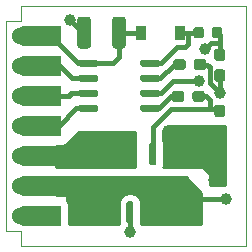
<source format=gbr>
%TF.GenerationSoftware,KiCad,Pcbnew,(5.1.9)-1*%
%TF.CreationDate,2021-06-01T10:14:56+02:00*%
%TF.ProjectId,14_Demi_Pont_H_99,31345f44-656d-4695-9f50-6f6e745f485f,rev?*%
%TF.SameCoordinates,Original*%
%TF.FileFunction,Copper,L1,Top*%
%TF.FilePolarity,Positive*%
%FSLAX46Y46*%
G04 Gerber Fmt 4.6, Leading zero omitted, Abs format (unit mm)*
G04 Created by KiCad (PCBNEW (5.1.9)-1) date 2021-06-01 10:14:56*
%MOMM*%
%LPD*%
G01*
G04 APERTURE LIST*
%TA.AperFunction,Profile*%
%ADD10C,0.050000*%
%TD*%
%TA.AperFunction,ComponentPad*%
%ADD11C,1.524000*%
%TD*%
%TA.AperFunction,ComponentPad*%
%ADD12C,0.100000*%
%TD*%
%TA.AperFunction,SMDPad,CuDef*%
%ADD13R,0.900000X1.200000*%
%TD*%
%TA.AperFunction,ViaPad*%
%ADD14C,1.000000*%
%TD*%
%TA.AperFunction,Conductor*%
%ADD15C,0.400000*%
%TD*%
%TA.AperFunction,Conductor*%
%ADD16C,0.254000*%
%TD*%
%TA.AperFunction,Conductor*%
%ADD17C,0.100000*%
%TD*%
G04 APERTURE END LIST*
D10*
X115570000Y-60960000D02*
X120650000Y-60960000D01*
X115570000Y-81280000D02*
X120650000Y-81280000D01*
X101600000Y-62230000D02*
X101600000Y-60960000D01*
X100330000Y-62230000D02*
X101600000Y-62230000D01*
X100330000Y-67310000D02*
X100330000Y-62230000D01*
X100330000Y-72390000D02*
X100330000Y-67310000D01*
X120650000Y-60960000D02*
X120650000Y-81280000D01*
X101600000Y-60960000D02*
X115570000Y-60960000D01*
X101600000Y-80010000D02*
X101600000Y-81280000D01*
X100330000Y-80010000D02*
X101600000Y-80010000D01*
X115570000Y-81280000D02*
X101600000Y-81280000D01*
X100330000Y-80010000D02*
X100330000Y-72390000D01*
D11*
%TO.P,J5,1*%
%TO.N,Vpower*%
X101600000Y-73660000D03*
%TA.AperFunction,ComponentPad*%
D12*
G36*
X101928132Y-74509917D02*
G01*
X101845251Y-74504703D01*
X101763275Y-74491425D01*
X101682986Y-74470212D01*
X101605149Y-74441265D01*
X101530509Y-74404861D01*
X101459778Y-74361346D01*
X101393631Y-74311138D01*
X101332698Y-74254714D01*
X101277563Y-74192613D01*
X101228750Y-74125429D01*
X101186727Y-74053802D01*
X101151894Y-73978416D01*
X101124583Y-73899990D01*
X101105056Y-73819274D01*
X101093498Y-73737038D01*
X101090021Y-73654066D01*
X101094656Y-73571151D01*
X101107361Y-73489084D01*
X101128013Y-73408648D01*
X101156416Y-73330612D01*
X101192299Y-73255719D01*
X101235318Y-73184686D01*
X101285064Y-73118190D01*
X101341061Y-73056865D01*
X101402775Y-73001297D01*
X101469617Y-72952017D01*
X101540949Y-72909495D01*
X101616090Y-72874136D01*
X101694323Y-72846278D01*
X101774901Y-72826188D01*
X101857055Y-72814057D01*
X101940000Y-72810000D01*
X104990000Y-72810000D01*
X104990000Y-74510000D01*
X101940000Y-74510000D01*
X101928132Y-74509917D01*
G37*
%TD.AperFunction*%
%TD*%
D11*
%TO.P,J4,1*%
%TO.N,+15V*%
X101600000Y-63500000D03*
%TA.AperFunction,ComponentPad*%
D12*
G36*
X101928132Y-64349917D02*
G01*
X101845251Y-64344703D01*
X101763275Y-64331425D01*
X101682986Y-64310212D01*
X101605149Y-64281265D01*
X101530509Y-64244861D01*
X101459778Y-64201346D01*
X101393631Y-64151138D01*
X101332698Y-64094714D01*
X101277563Y-64032613D01*
X101228750Y-63965429D01*
X101186727Y-63893802D01*
X101151894Y-63818416D01*
X101124583Y-63739990D01*
X101105056Y-63659274D01*
X101093498Y-63577038D01*
X101090021Y-63494066D01*
X101094656Y-63411151D01*
X101107361Y-63329084D01*
X101128013Y-63248648D01*
X101156416Y-63170612D01*
X101192299Y-63095719D01*
X101235318Y-63024686D01*
X101285064Y-62958190D01*
X101341061Y-62896865D01*
X101402775Y-62841297D01*
X101469617Y-62792017D01*
X101540949Y-62749495D01*
X101616090Y-62714136D01*
X101694323Y-62686278D01*
X101774901Y-62666188D01*
X101857055Y-62654057D01*
X101940000Y-62650000D01*
X104990000Y-62650000D01*
X104990000Y-64350000D01*
X101940000Y-64350000D01*
X101928132Y-64349917D01*
G37*
%TD.AperFunction*%
%TD*%
D11*
%TO.P,J6,1*%
%TO.N,OUT*%
X101600000Y-76200000D03*
%TA.AperFunction,ComponentPad*%
D12*
G36*
X101928132Y-77049917D02*
G01*
X101845251Y-77044703D01*
X101763275Y-77031425D01*
X101682986Y-77010212D01*
X101605149Y-76981265D01*
X101530509Y-76944861D01*
X101459778Y-76901346D01*
X101393631Y-76851138D01*
X101332698Y-76794714D01*
X101277563Y-76732613D01*
X101228750Y-76665429D01*
X101186727Y-76593802D01*
X101151894Y-76518416D01*
X101124583Y-76439990D01*
X101105056Y-76359274D01*
X101093498Y-76277038D01*
X101090021Y-76194066D01*
X101094656Y-76111151D01*
X101107361Y-76029084D01*
X101128013Y-75948648D01*
X101156416Y-75870612D01*
X101192299Y-75795719D01*
X101235318Y-75724686D01*
X101285064Y-75658190D01*
X101341061Y-75596865D01*
X101402775Y-75541297D01*
X101469617Y-75492017D01*
X101540949Y-75449495D01*
X101616090Y-75414136D01*
X101694323Y-75386278D01*
X101774901Y-75366188D01*
X101857055Y-75354057D01*
X101940000Y-75350000D01*
X104990000Y-75350000D01*
X104990000Y-77050000D01*
X101940000Y-77050000D01*
X101928132Y-77049917D01*
G37*
%TD.AperFunction*%
%TD*%
%TO.P,R4,2*%
%TO.N,GND*%
%TA.AperFunction,SMDPad,CuDef*%
G36*
G01*
X118152500Y-71090000D02*
X118627500Y-71090000D01*
G75*
G02*
X118865000Y-71327500I0J-237500D01*
G01*
X118865000Y-71902500D01*
G75*
G02*
X118627500Y-72140000I-237500J0D01*
G01*
X118152500Y-72140000D01*
G75*
G02*
X117915000Y-71902500I0J237500D01*
G01*
X117915000Y-71327500D01*
G75*
G02*
X118152500Y-71090000I237500J0D01*
G01*
G37*
%TD.AperFunction*%
%TO.P,R4,1*%
%TO.N,Net-(Q2-Pad4)*%
%TA.AperFunction,SMDPad,CuDef*%
G36*
G01*
X118152500Y-69340000D02*
X118627500Y-69340000D01*
G75*
G02*
X118865000Y-69577500I0J-237500D01*
G01*
X118865000Y-70152500D01*
G75*
G02*
X118627500Y-70390000I-237500J0D01*
G01*
X118152500Y-70390000D01*
G75*
G02*
X117915000Y-70152500I0J237500D01*
G01*
X117915000Y-69577500D01*
G75*
G02*
X118152500Y-69340000I237500J0D01*
G01*
G37*
%TD.AperFunction*%
%TD*%
%TO.P,R3,2*%
%TO.N,Net-(Q2-Pad4)*%
%TA.AperFunction,SMDPad,CuDef*%
G36*
G01*
X116090000Y-68877500D02*
X116090000Y-68402500D01*
G75*
G02*
X116327500Y-68165000I237500J0D01*
G01*
X116902500Y-68165000D01*
G75*
G02*
X117140000Y-68402500I0J-237500D01*
G01*
X117140000Y-68877500D01*
G75*
G02*
X116902500Y-69115000I-237500J0D01*
G01*
X116327500Y-69115000D01*
G75*
G02*
X116090000Y-68877500I0J237500D01*
G01*
G37*
%TD.AperFunction*%
%TO.P,R3,1*%
%TO.N,Net-(R3-Pad1)*%
%TA.AperFunction,SMDPad,CuDef*%
G36*
G01*
X114340000Y-68877500D02*
X114340000Y-68402500D01*
G75*
G02*
X114577500Y-68165000I237500J0D01*
G01*
X115152500Y-68165000D01*
G75*
G02*
X115390000Y-68402500I0J-237500D01*
G01*
X115390000Y-68877500D01*
G75*
G02*
X115152500Y-69115000I-237500J0D01*
G01*
X114577500Y-69115000D01*
G75*
G02*
X114340000Y-68877500I0J237500D01*
G01*
G37*
%TD.AperFunction*%
%TD*%
D11*
%TO.P,J3,1*%
%TO.N,GND*%
X101600000Y-71120000D03*
%TA.AperFunction,ComponentPad*%
D12*
G36*
X101928132Y-71969917D02*
G01*
X101845251Y-71964703D01*
X101763275Y-71951425D01*
X101682986Y-71930212D01*
X101605149Y-71901265D01*
X101530509Y-71864861D01*
X101459778Y-71821346D01*
X101393631Y-71771138D01*
X101332698Y-71714714D01*
X101277563Y-71652613D01*
X101228750Y-71585429D01*
X101186727Y-71513802D01*
X101151894Y-71438416D01*
X101124583Y-71359990D01*
X101105056Y-71279274D01*
X101093498Y-71197038D01*
X101090021Y-71114066D01*
X101094656Y-71031151D01*
X101107361Y-70949084D01*
X101128013Y-70868648D01*
X101156416Y-70790612D01*
X101192299Y-70715719D01*
X101235318Y-70644686D01*
X101285064Y-70578190D01*
X101341061Y-70516865D01*
X101402775Y-70461297D01*
X101469617Y-70412017D01*
X101540949Y-70369495D01*
X101616090Y-70334136D01*
X101694323Y-70306278D01*
X101774901Y-70286188D01*
X101857055Y-70274057D01*
X101940000Y-70270000D01*
X104990000Y-70270000D01*
X104990000Y-71970000D01*
X101940000Y-71970000D01*
X101928132Y-71969917D01*
G37*
%TD.AperFunction*%
%TD*%
D11*
%TO.P,J1,1*%
%TO.N,Cmd_Haut*%
X101600000Y-66040000D03*
%TA.AperFunction,ComponentPad*%
D12*
G36*
X101928132Y-66889917D02*
G01*
X101845251Y-66884703D01*
X101763275Y-66871425D01*
X101682986Y-66850212D01*
X101605149Y-66821265D01*
X101530509Y-66784861D01*
X101459778Y-66741346D01*
X101393631Y-66691138D01*
X101332698Y-66634714D01*
X101277563Y-66572613D01*
X101228750Y-66505429D01*
X101186727Y-66433802D01*
X101151894Y-66358416D01*
X101124583Y-66279990D01*
X101105056Y-66199274D01*
X101093498Y-66117038D01*
X101090021Y-66034066D01*
X101094656Y-65951151D01*
X101107361Y-65869084D01*
X101128013Y-65788648D01*
X101156416Y-65710612D01*
X101192299Y-65635719D01*
X101235318Y-65564686D01*
X101285064Y-65498190D01*
X101341061Y-65436865D01*
X101402775Y-65381297D01*
X101469617Y-65332017D01*
X101540949Y-65289495D01*
X101616090Y-65254136D01*
X101694323Y-65226278D01*
X101774901Y-65206188D01*
X101857055Y-65194057D01*
X101940000Y-65190000D01*
X104990000Y-65190000D01*
X104990000Y-66890000D01*
X101940000Y-66890000D01*
X101928132Y-66889917D01*
G37*
%TD.AperFunction*%
%TD*%
%TO.P,Q2,8*%
%TO.N,OUT*%
%TA.AperFunction,SMDPad,CuDef*%
G36*
G01*
X116395000Y-77490000D02*
X116695000Y-77490000D01*
G75*
G02*
X116845000Y-77640000I0J-150000D01*
G01*
X116845000Y-79290000D01*
G75*
G02*
X116695000Y-79440000I-150000J0D01*
G01*
X116395000Y-79440000D01*
G75*
G02*
X116245000Y-79290000I0J150000D01*
G01*
X116245000Y-77640000D01*
G75*
G02*
X116395000Y-77490000I150000J0D01*
G01*
G37*
%TD.AperFunction*%
%TO.P,Q2,7*%
%TA.AperFunction,SMDPad,CuDef*%
G36*
G01*
X115125000Y-77490000D02*
X115425000Y-77490000D01*
G75*
G02*
X115575000Y-77640000I0J-150000D01*
G01*
X115575000Y-79290000D01*
G75*
G02*
X115425000Y-79440000I-150000J0D01*
G01*
X115125000Y-79440000D01*
G75*
G02*
X114975000Y-79290000I0J150000D01*
G01*
X114975000Y-77640000D01*
G75*
G02*
X115125000Y-77490000I150000J0D01*
G01*
G37*
%TD.AperFunction*%
%TO.P,Q2,6*%
%TA.AperFunction,SMDPad,CuDef*%
G36*
G01*
X113855000Y-77490000D02*
X114155000Y-77490000D01*
G75*
G02*
X114305000Y-77640000I0J-150000D01*
G01*
X114305000Y-79290000D01*
G75*
G02*
X114155000Y-79440000I-150000J0D01*
G01*
X113855000Y-79440000D01*
G75*
G02*
X113705000Y-79290000I0J150000D01*
G01*
X113705000Y-77640000D01*
G75*
G02*
X113855000Y-77490000I150000J0D01*
G01*
G37*
%TD.AperFunction*%
%TO.P,Q2,5*%
%TA.AperFunction,SMDPad,CuDef*%
G36*
G01*
X112585000Y-77490000D02*
X112885000Y-77490000D01*
G75*
G02*
X113035000Y-77640000I0J-150000D01*
G01*
X113035000Y-79290000D01*
G75*
G02*
X112885000Y-79440000I-150000J0D01*
G01*
X112585000Y-79440000D01*
G75*
G02*
X112435000Y-79290000I0J150000D01*
G01*
X112435000Y-77640000D01*
G75*
G02*
X112585000Y-77490000I150000J0D01*
G01*
G37*
%TD.AperFunction*%
%TO.P,Q2,4*%
%TO.N,Net-(Q2-Pad4)*%
%TA.AperFunction,SMDPad,CuDef*%
G36*
G01*
X112585000Y-72540000D02*
X112885000Y-72540000D01*
G75*
G02*
X113035000Y-72690000I0J-150000D01*
G01*
X113035000Y-74340000D01*
G75*
G02*
X112885000Y-74490000I-150000J0D01*
G01*
X112585000Y-74490000D01*
G75*
G02*
X112435000Y-74340000I0J150000D01*
G01*
X112435000Y-72690000D01*
G75*
G02*
X112585000Y-72540000I150000J0D01*
G01*
G37*
%TD.AperFunction*%
%TO.P,Q2,3*%
%TO.N,GND*%
%TA.AperFunction,SMDPad,CuDef*%
G36*
G01*
X113855000Y-72540000D02*
X114155000Y-72540000D01*
G75*
G02*
X114305000Y-72690000I0J-150000D01*
G01*
X114305000Y-74340000D01*
G75*
G02*
X114155000Y-74490000I-150000J0D01*
G01*
X113855000Y-74490000D01*
G75*
G02*
X113705000Y-74340000I0J150000D01*
G01*
X113705000Y-72690000D01*
G75*
G02*
X113855000Y-72540000I150000J0D01*
G01*
G37*
%TD.AperFunction*%
%TO.P,Q2,2*%
%TA.AperFunction,SMDPad,CuDef*%
G36*
G01*
X115125000Y-72540000D02*
X115425000Y-72540000D01*
G75*
G02*
X115575000Y-72690000I0J-150000D01*
G01*
X115575000Y-74340000D01*
G75*
G02*
X115425000Y-74490000I-150000J0D01*
G01*
X115125000Y-74490000D01*
G75*
G02*
X114975000Y-74340000I0J150000D01*
G01*
X114975000Y-72690000D01*
G75*
G02*
X115125000Y-72540000I150000J0D01*
G01*
G37*
%TD.AperFunction*%
%TO.P,Q2,1*%
%TA.AperFunction,SMDPad,CuDef*%
G36*
G01*
X116395000Y-72540000D02*
X116695000Y-72540000D01*
G75*
G02*
X116845000Y-72690000I0J-150000D01*
G01*
X116845000Y-74340000D01*
G75*
G02*
X116695000Y-74490000I-150000J0D01*
G01*
X116395000Y-74490000D01*
G75*
G02*
X116245000Y-74340000I0J150000D01*
G01*
X116245000Y-72690000D01*
G75*
G02*
X116395000Y-72540000I150000J0D01*
G01*
G37*
%TD.AperFunction*%
%TD*%
%TO.P,C1,2*%
%TO.N,Net-(C1-Pad2)*%
%TA.AperFunction,SMDPad,CuDef*%
G36*
G01*
X117065000Y-62990000D02*
X117065000Y-63490000D01*
G75*
G02*
X116840000Y-63715000I-225000J0D01*
G01*
X116390000Y-63715000D01*
G75*
G02*
X116165000Y-63490000I0J225000D01*
G01*
X116165000Y-62990000D01*
G75*
G02*
X116390000Y-62765000I225000J0D01*
G01*
X116840000Y-62765000D01*
G75*
G02*
X117065000Y-62990000I0J-225000D01*
G01*
G37*
%TD.AperFunction*%
%TO.P,C1,1*%
%TO.N,OUT*%
%TA.AperFunction,SMDPad,CuDef*%
G36*
G01*
X118615000Y-62990000D02*
X118615000Y-63490000D01*
G75*
G02*
X118390000Y-63715000I-225000J0D01*
G01*
X117940000Y-63715000D01*
G75*
G02*
X117715000Y-63490000I0J225000D01*
G01*
X117715000Y-62990000D01*
G75*
G02*
X117940000Y-62765000I225000J0D01*
G01*
X118390000Y-62765000D01*
G75*
G02*
X118615000Y-62990000I0J-225000D01*
G01*
G37*
%TD.AperFunction*%
%TD*%
%TO.P,C2,2*%
%TO.N,GND*%
%TA.AperFunction,SMDPad,CuDef*%
G36*
G01*
X107490000Y-62139999D02*
X107490000Y-64340001D01*
G75*
G02*
X107240001Y-64590000I-249999J0D01*
G01*
X106589999Y-64590000D01*
G75*
G02*
X106340000Y-64340001I0J249999D01*
G01*
X106340000Y-62139999D01*
G75*
G02*
X106589999Y-61890000I249999J0D01*
G01*
X107240001Y-61890000D01*
G75*
G02*
X107490000Y-62139999I0J-249999D01*
G01*
G37*
%TD.AperFunction*%
%TO.P,C2,1*%
%TO.N,+15V*%
%TA.AperFunction,SMDPad,CuDef*%
G36*
G01*
X110440000Y-62139999D02*
X110440000Y-64340001D01*
G75*
G02*
X110190001Y-64590000I-249999J0D01*
G01*
X109539999Y-64590000D01*
G75*
G02*
X109290000Y-64340001I0J249999D01*
G01*
X109290000Y-62139999D01*
G75*
G02*
X109539999Y-61890000I249999J0D01*
G01*
X110190001Y-61890000D01*
G75*
G02*
X110440000Y-62139999I0J-249999D01*
G01*
G37*
%TD.AperFunction*%
%TD*%
D13*
%TO.P,D1,2*%
%TO.N,+15V*%
X111740000Y-63240000D03*
%TO.P,D1,1*%
%TO.N,Net-(C1-Pad2)*%
X115040000Y-63240000D03*
%TD*%
D11*
%TO.P,J2,1*%
%TO.N,Cmd_Bas*%
X101600000Y-68580000D03*
%TA.AperFunction,ComponentPad*%
D12*
G36*
X101928132Y-69429917D02*
G01*
X101845251Y-69424703D01*
X101763275Y-69411425D01*
X101682986Y-69390212D01*
X101605149Y-69361265D01*
X101530509Y-69324861D01*
X101459778Y-69281346D01*
X101393631Y-69231138D01*
X101332698Y-69174714D01*
X101277563Y-69112613D01*
X101228750Y-69045429D01*
X101186727Y-68973802D01*
X101151894Y-68898416D01*
X101124583Y-68819990D01*
X101105056Y-68739274D01*
X101093498Y-68657038D01*
X101090021Y-68574066D01*
X101094656Y-68491151D01*
X101107361Y-68409084D01*
X101128013Y-68328648D01*
X101156416Y-68250612D01*
X101192299Y-68175719D01*
X101235318Y-68104686D01*
X101285064Y-68038190D01*
X101341061Y-67976865D01*
X101402775Y-67921297D01*
X101469617Y-67872017D01*
X101540949Y-67829495D01*
X101616090Y-67794136D01*
X101694323Y-67766278D01*
X101774901Y-67746188D01*
X101857055Y-67734057D01*
X101940000Y-67730000D01*
X104990000Y-67730000D01*
X104990000Y-69430000D01*
X101940000Y-69430000D01*
X101928132Y-69429917D01*
G37*
%TD.AperFunction*%
%TD*%
D11*
%TO.P,J7,1*%
%TO.N,GND*%
X101600000Y-78740000D03*
%TA.AperFunction,ComponentPad*%
D12*
G36*
X101928132Y-79589917D02*
G01*
X101845251Y-79584703D01*
X101763275Y-79571425D01*
X101682986Y-79550212D01*
X101605149Y-79521265D01*
X101530509Y-79484861D01*
X101459778Y-79441346D01*
X101393631Y-79391138D01*
X101332698Y-79334714D01*
X101277563Y-79272613D01*
X101228750Y-79205429D01*
X101186727Y-79133802D01*
X101151894Y-79058416D01*
X101124583Y-78979990D01*
X101105056Y-78899274D01*
X101093498Y-78817038D01*
X101090021Y-78734066D01*
X101094656Y-78651151D01*
X101107361Y-78569084D01*
X101128013Y-78488648D01*
X101156416Y-78410612D01*
X101192299Y-78335719D01*
X101235318Y-78264686D01*
X101285064Y-78198190D01*
X101341061Y-78136865D01*
X101402775Y-78081297D01*
X101469617Y-78032017D01*
X101540949Y-77989495D01*
X101616090Y-77954136D01*
X101694323Y-77926278D01*
X101774901Y-77906188D01*
X101857055Y-77894057D01*
X101940000Y-77890000D01*
X104990000Y-77890000D01*
X104990000Y-79590000D01*
X101940000Y-79590000D01*
X101928132Y-79589917D01*
G37*
%TD.AperFunction*%
%TD*%
%TO.P,Q1,8*%
%TO.N,Vpower*%
%TA.AperFunction,SMDPad,CuDef*%
G36*
G01*
X107135000Y-74490000D02*
X106835000Y-74490000D01*
G75*
G02*
X106685000Y-74340000I0J150000D01*
G01*
X106685000Y-72690000D01*
G75*
G02*
X106835000Y-72540000I150000J0D01*
G01*
X107135000Y-72540000D01*
G75*
G02*
X107285000Y-72690000I0J-150000D01*
G01*
X107285000Y-74340000D01*
G75*
G02*
X107135000Y-74490000I-150000J0D01*
G01*
G37*
%TD.AperFunction*%
%TO.P,Q1,7*%
%TA.AperFunction,SMDPad,CuDef*%
G36*
G01*
X108405000Y-74490000D02*
X108105000Y-74490000D01*
G75*
G02*
X107955000Y-74340000I0J150000D01*
G01*
X107955000Y-72690000D01*
G75*
G02*
X108105000Y-72540000I150000J0D01*
G01*
X108405000Y-72540000D01*
G75*
G02*
X108555000Y-72690000I0J-150000D01*
G01*
X108555000Y-74340000D01*
G75*
G02*
X108405000Y-74490000I-150000J0D01*
G01*
G37*
%TD.AperFunction*%
%TO.P,Q1,6*%
%TA.AperFunction,SMDPad,CuDef*%
G36*
G01*
X109675000Y-74490000D02*
X109375000Y-74490000D01*
G75*
G02*
X109225000Y-74340000I0J150000D01*
G01*
X109225000Y-72690000D01*
G75*
G02*
X109375000Y-72540000I150000J0D01*
G01*
X109675000Y-72540000D01*
G75*
G02*
X109825000Y-72690000I0J-150000D01*
G01*
X109825000Y-74340000D01*
G75*
G02*
X109675000Y-74490000I-150000J0D01*
G01*
G37*
%TD.AperFunction*%
%TO.P,Q1,5*%
%TA.AperFunction,SMDPad,CuDef*%
G36*
G01*
X110945000Y-74490000D02*
X110645000Y-74490000D01*
G75*
G02*
X110495000Y-74340000I0J150000D01*
G01*
X110495000Y-72690000D01*
G75*
G02*
X110645000Y-72540000I150000J0D01*
G01*
X110945000Y-72540000D01*
G75*
G02*
X111095000Y-72690000I0J-150000D01*
G01*
X111095000Y-74340000D01*
G75*
G02*
X110945000Y-74490000I-150000J0D01*
G01*
G37*
%TD.AperFunction*%
%TO.P,Q1,4*%
%TO.N,Net-(Q1-Pad4)*%
%TA.AperFunction,SMDPad,CuDef*%
G36*
G01*
X110945000Y-79440000D02*
X110645000Y-79440000D01*
G75*
G02*
X110495000Y-79290000I0J150000D01*
G01*
X110495000Y-77640000D01*
G75*
G02*
X110645000Y-77490000I150000J0D01*
G01*
X110945000Y-77490000D01*
G75*
G02*
X111095000Y-77640000I0J-150000D01*
G01*
X111095000Y-79290000D01*
G75*
G02*
X110945000Y-79440000I-150000J0D01*
G01*
G37*
%TD.AperFunction*%
%TO.P,Q1,3*%
%TO.N,OUT*%
%TA.AperFunction,SMDPad,CuDef*%
G36*
G01*
X109675000Y-79440000D02*
X109375000Y-79440000D01*
G75*
G02*
X109225000Y-79290000I0J150000D01*
G01*
X109225000Y-77640000D01*
G75*
G02*
X109375000Y-77490000I150000J0D01*
G01*
X109675000Y-77490000D01*
G75*
G02*
X109825000Y-77640000I0J-150000D01*
G01*
X109825000Y-79290000D01*
G75*
G02*
X109675000Y-79440000I-150000J0D01*
G01*
G37*
%TD.AperFunction*%
%TO.P,Q1,2*%
%TA.AperFunction,SMDPad,CuDef*%
G36*
G01*
X108405000Y-79440000D02*
X108105000Y-79440000D01*
G75*
G02*
X107955000Y-79290000I0J150000D01*
G01*
X107955000Y-77640000D01*
G75*
G02*
X108105000Y-77490000I150000J0D01*
G01*
X108405000Y-77490000D01*
G75*
G02*
X108555000Y-77640000I0J-150000D01*
G01*
X108555000Y-79290000D01*
G75*
G02*
X108405000Y-79440000I-150000J0D01*
G01*
G37*
%TD.AperFunction*%
%TO.P,Q1,1*%
%TA.AperFunction,SMDPad,CuDef*%
G36*
G01*
X107135000Y-79440000D02*
X106835000Y-79440000D01*
G75*
G02*
X106685000Y-79290000I0J150000D01*
G01*
X106685000Y-77640000D01*
G75*
G02*
X106835000Y-77490000I150000J0D01*
G01*
X107135000Y-77490000D01*
G75*
G02*
X107285000Y-77640000I0J-150000D01*
G01*
X107285000Y-79290000D01*
G75*
G02*
X107135000Y-79440000I-150000J0D01*
G01*
G37*
%TD.AperFunction*%
%TD*%
%TO.P,R1,2*%
%TO.N,Net-(Q1-Pad4)*%
%TA.AperFunction,SMDPad,CuDef*%
G36*
G01*
X116215000Y-66177500D02*
X116215000Y-65702500D01*
G75*
G02*
X116452500Y-65465000I237500J0D01*
G01*
X117027500Y-65465000D01*
G75*
G02*
X117265000Y-65702500I0J-237500D01*
G01*
X117265000Y-66177500D01*
G75*
G02*
X117027500Y-66415000I-237500J0D01*
G01*
X116452500Y-66415000D01*
G75*
G02*
X116215000Y-66177500I0J237500D01*
G01*
G37*
%TD.AperFunction*%
%TO.P,R1,1*%
%TO.N,Net-(R1-Pad1)*%
%TA.AperFunction,SMDPad,CuDef*%
G36*
G01*
X114465000Y-66177500D02*
X114465000Y-65702500D01*
G75*
G02*
X114702500Y-65465000I237500J0D01*
G01*
X115277500Y-65465000D01*
G75*
G02*
X115515000Y-65702500I0J-237500D01*
G01*
X115515000Y-66177500D01*
G75*
G02*
X115277500Y-66415000I-237500J0D01*
G01*
X114702500Y-66415000D01*
G75*
G02*
X114465000Y-66177500I0J237500D01*
G01*
G37*
%TD.AperFunction*%
%TD*%
%TO.P,R2,2*%
%TO.N,OUT*%
%TA.AperFunction,SMDPad,CuDef*%
G36*
G01*
X118627500Y-65640000D02*
X118152500Y-65640000D01*
G75*
G02*
X117915000Y-65402500I0J237500D01*
G01*
X117915000Y-64827500D01*
G75*
G02*
X118152500Y-64590000I237500J0D01*
G01*
X118627500Y-64590000D01*
G75*
G02*
X118865000Y-64827500I0J-237500D01*
G01*
X118865000Y-65402500D01*
G75*
G02*
X118627500Y-65640000I-237500J0D01*
G01*
G37*
%TD.AperFunction*%
%TO.P,R2,1*%
%TO.N,Net-(Q1-Pad4)*%
%TA.AperFunction,SMDPad,CuDef*%
G36*
G01*
X118627500Y-67390000D02*
X118152500Y-67390000D01*
G75*
G02*
X117915000Y-67152500I0J237500D01*
G01*
X117915000Y-66577500D01*
G75*
G02*
X118152500Y-66340000I237500J0D01*
G01*
X118627500Y-66340000D01*
G75*
G02*
X118865000Y-66577500I0J-237500D01*
G01*
X118865000Y-67152500D01*
G75*
G02*
X118627500Y-67390000I-237500J0D01*
G01*
G37*
%TD.AperFunction*%
%TD*%
%TO.P,U1,8*%
%TO.N,Net-(C1-Pad2)*%
%TA.AperFunction,SMDPad,CuDef*%
G36*
G01*
X111690000Y-65985000D02*
X111690000Y-65685000D01*
G75*
G02*
X111840000Y-65535000I150000J0D01*
G01*
X113190000Y-65535000D01*
G75*
G02*
X113340000Y-65685000I0J-150000D01*
G01*
X113340000Y-65985000D01*
G75*
G02*
X113190000Y-66135000I-150000J0D01*
G01*
X111840000Y-66135000D01*
G75*
G02*
X111690000Y-65985000I0J150000D01*
G01*
G37*
%TD.AperFunction*%
%TO.P,U1,7*%
%TO.N,Net-(R1-Pad1)*%
%TA.AperFunction,SMDPad,CuDef*%
G36*
G01*
X111690000Y-67255000D02*
X111690000Y-66955000D01*
G75*
G02*
X111840000Y-66805000I150000J0D01*
G01*
X113190000Y-66805000D01*
G75*
G02*
X113340000Y-66955000I0J-150000D01*
G01*
X113340000Y-67255000D01*
G75*
G02*
X113190000Y-67405000I-150000J0D01*
G01*
X111840000Y-67405000D01*
G75*
G02*
X111690000Y-67255000I0J150000D01*
G01*
G37*
%TD.AperFunction*%
%TO.P,U1,6*%
%TO.N,OUT*%
%TA.AperFunction,SMDPad,CuDef*%
G36*
G01*
X111690000Y-68525000D02*
X111690000Y-68225000D01*
G75*
G02*
X111840000Y-68075000I150000J0D01*
G01*
X113190000Y-68075000D01*
G75*
G02*
X113340000Y-68225000I0J-150000D01*
G01*
X113340000Y-68525000D01*
G75*
G02*
X113190000Y-68675000I-150000J0D01*
G01*
X111840000Y-68675000D01*
G75*
G02*
X111690000Y-68525000I0J150000D01*
G01*
G37*
%TD.AperFunction*%
%TO.P,U1,5*%
%TO.N,Net-(R3-Pad1)*%
%TA.AperFunction,SMDPad,CuDef*%
G36*
G01*
X111690000Y-69795000D02*
X111690000Y-69495000D01*
G75*
G02*
X111840000Y-69345000I150000J0D01*
G01*
X113190000Y-69345000D01*
G75*
G02*
X113340000Y-69495000I0J-150000D01*
G01*
X113340000Y-69795000D01*
G75*
G02*
X113190000Y-69945000I-150000J0D01*
G01*
X111840000Y-69945000D01*
G75*
G02*
X111690000Y-69795000I0J150000D01*
G01*
G37*
%TD.AperFunction*%
%TO.P,U1,4*%
%TO.N,GND*%
%TA.AperFunction,SMDPad,CuDef*%
G36*
G01*
X106440000Y-69795000D02*
X106440000Y-69495000D01*
G75*
G02*
X106590000Y-69345000I150000J0D01*
G01*
X107940000Y-69345000D01*
G75*
G02*
X108090000Y-69495000I0J-150000D01*
G01*
X108090000Y-69795000D01*
G75*
G02*
X107940000Y-69945000I-150000J0D01*
G01*
X106590000Y-69945000D01*
G75*
G02*
X106440000Y-69795000I0J150000D01*
G01*
G37*
%TD.AperFunction*%
%TO.P,U1,3*%
%TO.N,Cmd_Bas*%
%TA.AperFunction,SMDPad,CuDef*%
G36*
G01*
X106440000Y-68525000D02*
X106440000Y-68225000D01*
G75*
G02*
X106590000Y-68075000I150000J0D01*
G01*
X107940000Y-68075000D01*
G75*
G02*
X108090000Y-68225000I0J-150000D01*
G01*
X108090000Y-68525000D01*
G75*
G02*
X107940000Y-68675000I-150000J0D01*
G01*
X106590000Y-68675000D01*
G75*
G02*
X106440000Y-68525000I0J150000D01*
G01*
G37*
%TD.AperFunction*%
%TO.P,U1,2*%
%TO.N,Cmd_Haut*%
%TA.AperFunction,SMDPad,CuDef*%
G36*
G01*
X106440000Y-67255000D02*
X106440000Y-66955000D01*
G75*
G02*
X106590000Y-66805000I150000J0D01*
G01*
X107940000Y-66805000D01*
G75*
G02*
X108090000Y-66955000I0J-150000D01*
G01*
X108090000Y-67255000D01*
G75*
G02*
X107940000Y-67405000I-150000J0D01*
G01*
X106590000Y-67405000D01*
G75*
G02*
X106440000Y-67255000I0J150000D01*
G01*
G37*
%TD.AperFunction*%
%TO.P,U1,1*%
%TO.N,+15V*%
%TA.AperFunction,SMDPad,CuDef*%
G36*
G01*
X106440000Y-65985000D02*
X106440000Y-65685000D01*
G75*
G02*
X106590000Y-65535000I150000J0D01*
G01*
X107940000Y-65535000D01*
G75*
G02*
X108090000Y-65685000I0J-150000D01*
G01*
X108090000Y-65985000D01*
G75*
G02*
X107940000Y-66135000I-150000J0D01*
G01*
X106590000Y-66135000D01*
G75*
G02*
X106440000Y-65985000I0J150000D01*
G01*
G37*
%TD.AperFunction*%
%TD*%
D14*
%TO.N,OUT*%
X116640000Y-67340000D03*
X117140000Y-64640000D03*
X118940000Y-77340000D03*
%TO.N,Net-(Q1-Pad4)*%
X110840000Y-80140000D03*
X118440000Y-68340000D03*
%TO.N,GND*%
X114040000Y-71540000D03*
X115340000Y-71540000D03*
X116640000Y-71540000D03*
X105740000Y-62140000D03*
X117940000Y-72940000D03*
X117940000Y-74340000D03*
X117940000Y-75740000D03*
%TD*%
D15*
%TO.N,OUT*%
X116545000Y-76665000D02*
X116080000Y-76200000D01*
X115275000Y-76305000D02*
X115380000Y-76200000D01*
X115380000Y-76200000D02*
X116080000Y-76200000D01*
X115275000Y-78465000D02*
X115275000Y-76305000D01*
X114005000Y-76305000D02*
X113900000Y-76200000D01*
X114005000Y-78465000D02*
X114005000Y-76305000D01*
X113900000Y-76200000D02*
X115380000Y-76200000D01*
X112735000Y-76335000D02*
X112600000Y-76200000D01*
X112735000Y-78465000D02*
X112735000Y-76335000D01*
X112600000Y-76200000D02*
X113900000Y-76200000D01*
X109525000Y-76325000D02*
X109400000Y-76200000D01*
X109525000Y-78465000D02*
X109525000Y-76325000D01*
X109400000Y-76200000D02*
X112600000Y-76200000D01*
X108255000Y-76225000D02*
X108280000Y-76200000D01*
X108255000Y-78465000D02*
X108255000Y-76225000D01*
X108280000Y-76200000D02*
X109400000Y-76200000D01*
X106985000Y-76285000D02*
X106900000Y-76200000D01*
X106985000Y-78465000D02*
X106985000Y-76285000D01*
X106900000Y-76200000D02*
X108280000Y-76200000D01*
X104140000Y-76200000D02*
X106900000Y-76200000D01*
X118390000Y-63465000D02*
X118165000Y-63240000D01*
X117690000Y-64090000D02*
X118390000Y-64090000D01*
X117140000Y-64640000D02*
X117690000Y-64090000D01*
X118390000Y-64090000D02*
X118390000Y-63465000D01*
X118390000Y-65115000D02*
X118390000Y-64090000D01*
X116545000Y-77345000D02*
X118735000Y-77345000D01*
X116545000Y-78465000D02*
X116545000Y-77345000D01*
X116545000Y-77345000D02*
X116545000Y-76665000D01*
X118735000Y-77345000D02*
X118940000Y-77140000D01*
X114440000Y-67340000D02*
X116640000Y-67340000D01*
X113575000Y-68205000D02*
X114440000Y-67340000D01*
X113405000Y-68375000D02*
X114440000Y-67340000D01*
X112515000Y-68375000D02*
X113405000Y-68375000D01*
%TO.N,Net-(Q1-Pad4)*%
X110795000Y-80095000D02*
X110840000Y-80140000D01*
X110795000Y-78465000D02*
X110795000Y-80095000D01*
X118390000Y-68290000D02*
X118440000Y-68340000D01*
X118390000Y-66865000D02*
X118390000Y-68290000D01*
X116740000Y-65940000D02*
X117340000Y-65940000D01*
X117340000Y-65940000D02*
X117590000Y-66190000D01*
X117590000Y-66190000D02*
X117590000Y-67490000D01*
X117590000Y-67490000D02*
X118440000Y-68340000D01*
%TO.N,GND*%
X114005000Y-71575000D02*
X114040000Y-71540000D01*
X114005000Y-73515000D02*
X114005000Y-71575000D01*
X107265000Y-69645000D02*
X106235000Y-69645000D01*
X104760000Y-71120000D02*
X104140000Y-71120000D01*
X106235000Y-69645000D02*
X104760000Y-71120000D01*
X115275000Y-71605000D02*
X115340000Y-71540000D01*
X115275000Y-73515000D02*
X115275000Y-71605000D01*
X116545000Y-71645000D02*
X116540000Y-71640000D01*
X116545000Y-73515000D02*
X116545000Y-71645000D01*
X116715000Y-71615000D02*
X116640000Y-71540000D01*
X106840000Y-63240000D02*
X105740000Y-62140000D01*
X106915000Y-63240000D02*
X106840000Y-63240000D01*
X117315000Y-72315000D02*
X117315000Y-71615000D01*
X117940000Y-72940000D02*
X117315000Y-72315000D01*
X117315000Y-71615000D02*
X116715000Y-71615000D01*
X118390000Y-71615000D02*
X117315000Y-71615000D01*
%TO.N,Net-(C1-Pad2)*%
X115740000Y-63240000D02*
X115040000Y-63240000D01*
X116615000Y-63240000D02*
X115740000Y-63240000D01*
X115740000Y-64240000D02*
X115740000Y-63240000D01*
X114790000Y-64490000D02*
X115490000Y-64490000D01*
X113445000Y-65835000D02*
X114790000Y-64490000D01*
X115490000Y-64490000D02*
X115740000Y-64240000D01*
X112515000Y-65835000D02*
X113445000Y-65835000D01*
%TO.N,+15V*%
X111740000Y-63240000D02*
X109865000Y-63240000D01*
X107265000Y-65835000D02*
X106435000Y-65835000D01*
X104140000Y-63540000D02*
X104140000Y-63500000D01*
X106435000Y-65835000D02*
X104140000Y-63540000D01*
X107265000Y-65835000D02*
X109345000Y-65835000D01*
X109865000Y-65315000D02*
X109865000Y-63240000D01*
X109345000Y-65835000D02*
X109865000Y-65315000D01*
%TO.N,Cmd_Haut*%
X107265000Y-67105000D02*
X105905000Y-67105000D01*
X104840000Y-66040000D02*
X104140000Y-66040000D01*
X105905000Y-67105000D02*
X104840000Y-66040000D01*
%TO.N,Cmd_Bas*%
X107265000Y-68375000D02*
X105805000Y-68375000D01*
X105600000Y-68580000D02*
X104140000Y-68580000D01*
X105805000Y-68375000D02*
X105600000Y-68580000D01*
%TO.N,Vpower*%
X106985000Y-73515000D02*
X106985000Y-71985000D01*
X106985000Y-71985000D02*
X106940000Y-71940000D01*
X106940000Y-71940000D02*
X106340000Y-71940000D01*
X104620000Y-73660000D02*
X104140000Y-73660000D01*
X106340000Y-71940000D02*
X104620000Y-73660000D01*
X110795000Y-72095000D02*
X110640000Y-71940000D01*
X110795000Y-73515000D02*
X110795000Y-72095000D01*
X109525000Y-71955000D02*
X109540000Y-71940000D01*
X109525000Y-73515000D02*
X109525000Y-71955000D01*
X109540000Y-71940000D02*
X110640000Y-71940000D01*
X108255000Y-72025000D02*
X108340000Y-71940000D01*
X108255000Y-73515000D02*
X108255000Y-72025000D01*
X108340000Y-71940000D02*
X109540000Y-71940000D01*
X106940000Y-71940000D02*
X108340000Y-71940000D01*
%TO.N,Net-(Q2-Pad4)*%
X118265000Y-69740000D02*
X118390000Y-69865000D01*
X117540000Y-69740000D02*
X118265000Y-69740000D01*
X116615000Y-68640000D02*
X117240000Y-68640000D01*
X117540000Y-68940000D02*
X117540000Y-69740000D01*
X117240000Y-68640000D02*
X117540000Y-68940000D01*
X114240000Y-69740000D02*
X117540000Y-69740000D01*
X112735000Y-71245000D02*
X114240000Y-69740000D01*
X112735000Y-73515000D02*
X112735000Y-71245000D01*
%TO.N,Net-(R1-Pad1)*%
X114990000Y-65940000D02*
X114540000Y-65940000D01*
X113375000Y-67105000D02*
X112515000Y-67105000D01*
X114540000Y-65940000D02*
X113375000Y-67105000D01*
%TO.N,Net-(R3-Pad1)*%
X114865000Y-68640000D02*
X114240000Y-68640000D01*
X113235000Y-69645000D02*
X112515000Y-69645000D01*
X114240000Y-68640000D02*
X113235000Y-69645000D01*
%TD*%
D16*
%TO.N,Vpower*%
X111263000Y-74613000D02*
X104517000Y-74613000D01*
X104517000Y-72867000D01*
X105140000Y-72867000D01*
X105164776Y-72864560D01*
X105188601Y-72857333D01*
X105210557Y-72845597D01*
X105229803Y-72829803D01*
X106442606Y-71617000D01*
X111263000Y-71617000D01*
X111263000Y-74613000D01*
%TA.AperFunction,Conductor*%
D17*
G36*
X111263000Y-74613000D02*
G01*
X104517000Y-74613000D01*
X104517000Y-72867000D01*
X105140000Y-72867000D01*
X105164776Y-72864560D01*
X105188601Y-72857333D01*
X105210557Y-72845597D01*
X105229803Y-72829803D01*
X106442606Y-71617000D01*
X111263000Y-71617000D01*
X111263000Y-74613000D01*
G37*
%TD.AperFunction*%
%TD*%
D16*
%TO.N,GND*%
X118763000Y-74613000D02*
X113621754Y-74613000D01*
X113657929Y-74493745D01*
X113673072Y-74340000D01*
X113673072Y-72690000D01*
X113657929Y-72536255D01*
X113613084Y-72388418D01*
X113570000Y-72307814D01*
X113570000Y-71590867D01*
X114043867Y-71117000D01*
X118763000Y-71117000D01*
X118763000Y-74613000D01*
%TA.AperFunction,Conductor*%
D17*
G36*
X118763000Y-74613000D02*
G01*
X113621754Y-74613000D01*
X113657929Y-74493745D01*
X113673072Y-74340000D01*
X113673072Y-72690000D01*
X113657929Y-72536255D01*
X113613084Y-72388418D01*
X113570000Y-72307814D01*
X113570000Y-71590867D01*
X114043867Y-71117000D01*
X118763000Y-71117000D01*
X118763000Y-74613000D01*
G37*
%TD.AperFunction*%
%TD*%
D16*
%TO.N,GND*%
X118813000Y-76113000D02*
X117567000Y-76113000D01*
X117567000Y-74867000D01*
X118813000Y-74867000D01*
X118813000Y-76113000D01*
%TA.AperFunction,Conductor*%
D17*
G36*
X118813000Y-76113000D02*
G01*
X117567000Y-76113000D01*
X117567000Y-74867000D01*
X118813000Y-74867000D01*
X118813000Y-76113000D01*
G37*
%TD.AperFunction*%
%TD*%
D16*
%TO.N,GND*%
X118813000Y-75303605D02*
X117596304Y-75216698D01*
X116974486Y-74594880D01*
X117450581Y-71167000D01*
X118813000Y-71167000D01*
X118813000Y-75303605D01*
%TA.AperFunction,Conductor*%
D17*
G36*
X118813000Y-75303605D02*
G01*
X117596304Y-75216698D01*
X116974486Y-74594880D01*
X117450581Y-71167000D01*
X118813000Y-71167000D01*
X118813000Y-75303605D01*
G37*
%TD.AperFunction*%
%TD*%
D16*
%TO.N,OUT*%
X108513000Y-77040000D02*
X108515440Y-77064776D01*
X108522667Y-77088601D01*
X108534403Y-77110557D01*
X108550197Y-77129803D01*
X108569443Y-77145597D01*
X108591399Y-77157333D01*
X108615224Y-77164560D01*
X108640000Y-77167000D01*
X110018606Y-77167000D01*
X109989742Y-77202171D01*
X109916916Y-77338418D01*
X109872071Y-77486255D01*
X109856928Y-77640000D01*
X109856928Y-79290000D01*
X109869043Y-79413000D01*
X105628072Y-79413000D01*
X105628072Y-77890000D01*
X105615812Y-77765518D01*
X105579502Y-77645820D01*
X105520537Y-77535506D01*
X105467000Y-77470271D01*
X105467000Y-77140000D01*
X105464560Y-77115224D01*
X105457333Y-77091399D01*
X105445597Y-77069443D01*
X105429803Y-77050197D01*
X105410557Y-77034403D01*
X105388601Y-77022667D01*
X105364776Y-77015440D01*
X105340000Y-77013000D01*
X104567000Y-77013000D01*
X104567000Y-75467000D01*
X108513000Y-75467000D01*
X108513000Y-77040000D01*
%TA.AperFunction,Conductor*%
D17*
G36*
X108513000Y-77040000D02*
G01*
X108515440Y-77064776D01*
X108522667Y-77088601D01*
X108534403Y-77110557D01*
X108550197Y-77129803D01*
X108569443Y-77145597D01*
X108591399Y-77157333D01*
X108615224Y-77164560D01*
X108640000Y-77167000D01*
X110018606Y-77167000D01*
X109989742Y-77202171D01*
X109916916Y-77338418D01*
X109872071Y-77486255D01*
X109856928Y-77640000D01*
X109856928Y-79290000D01*
X109869043Y-79413000D01*
X105628072Y-79413000D01*
X105628072Y-77890000D01*
X105615812Y-77765518D01*
X105579502Y-77645820D01*
X105520537Y-77535506D01*
X105467000Y-77470271D01*
X105467000Y-77140000D01*
X105464560Y-77115224D01*
X105457333Y-77091399D01*
X105445597Y-77069443D01*
X105429803Y-77050197D01*
X105410557Y-77034403D01*
X105388601Y-77022667D01*
X105364776Y-77015440D01*
X105340000Y-77013000D01*
X104567000Y-77013000D01*
X104567000Y-75467000D01*
X108513000Y-75467000D01*
X108513000Y-77040000D01*
G37*
%TD.AperFunction*%
D16*
X116813000Y-79413000D02*
X111720957Y-79413000D01*
X111733072Y-79290000D01*
X111733072Y-77640000D01*
X111717929Y-77486255D01*
X111673084Y-77338418D01*
X111600258Y-77202171D01*
X111571394Y-77167000D01*
X116813000Y-77167000D01*
X116813000Y-79413000D01*
%TA.AperFunction,Conductor*%
D17*
G36*
X116813000Y-79413000D02*
G01*
X111720957Y-79413000D01*
X111733072Y-79290000D01*
X111733072Y-77640000D01*
X111717929Y-77486255D01*
X111673084Y-77338418D01*
X111600258Y-77202171D01*
X111571394Y-77167000D01*
X116813000Y-77167000D01*
X116813000Y-79413000D01*
G37*
%TD.AperFunction*%
%TD*%
D16*
%TO.N,OUT*%
X114913000Y-77813000D02*
X111733072Y-77813000D01*
X111733072Y-77640000D01*
X111717929Y-77486255D01*
X111673084Y-77338418D01*
X111600258Y-77202171D01*
X111502251Y-77082749D01*
X111382829Y-76984742D01*
X111246582Y-76911916D01*
X111098745Y-76867071D01*
X110945000Y-76851928D01*
X110645000Y-76851928D01*
X110491255Y-76867071D01*
X110343418Y-76911916D01*
X110207171Y-76984742D01*
X110087749Y-77082749D01*
X109989742Y-77202171D01*
X109916916Y-77338418D01*
X109872071Y-77486255D01*
X109856928Y-77640000D01*
X109856928Y-77813000D01*
X108667000Y-77813000D01*
X108667000Y-75467000D01*
X114913000Y-75467000D01*
X114913000Y-77813000D01*
%TA.AperFunction,Conductor*%
D17*
G36*
X114913000Y-77813000D02*
G01*
X111733072Y-77813000D01*
X111733072Y-77640000D01*
X111717929Y-77486255D01*
X111673084Y-77338418D01*
X111600258Y-77202171D01*
X111502251Y-77082749D01*
X111382829Y-76984742D01*
X111246582Y-76911916D01*
X111098745Y-76867071D01*
X110945000Y-76851928D01*
X110645000Y-76851928D01*
X110491255Y-76867071D01*
X110343418Y-76911916D01*
X110207171Y-76984742D01*
X110087749Y-77082749D01*
X109989742Y-77202171D01*
X109916916Y-77338418D01*
X109872071Y-77486255D01*
X109856928Y-77640000D01*
X109856928Y-77813000D01*
X108667000Y-77813000D01*
X108667000Y-75467000D01*
X114913000Y-75467000D01*
X114913000Y-77813000D01*
G37*
%TD.AperFunction*%
%TD*%
D16*
%TO.N,OUT*%
X108813000Y-75513000D02*
X108367000Y-75513000D01*
X108367000Y-75467000D01*
X108813000Y-75467000D01*
X108813000Y-75513000D01*
%TA.AperFunction,Conductor*%
D17*
G36*
X108813000Y-75513000D02*
G01*
X108367000Y-75513000D01*
X108367000Y-75467000D01*
X108813000Y-75467000D01*
X108813000Y-75513000D01*
G37*
%TD.AperFunction*%
%TD*%
D16*
%TO.N,OUT*%
X116813000Y-76789872D02*
X116813000Y-77406809D01*
X114967000Y-77318904D01*
X114967000Y-75467000D01*
X115584619Y-75467000D01*
X116813000Y-76789872D01*
%TA.AperFunction,Conductor*%
D17*
G36*
X116813000Y-76789872D02*
G01*
X116813000Y-77406809D01*
X114967000Y-77318904D01*
X114967000Y-75467000D01*
X115584619Y-75467000D01*
X116813000Y-76789872D01*
G37*
%TD.AperFunction*%
%TD*%
M02*

</source>
